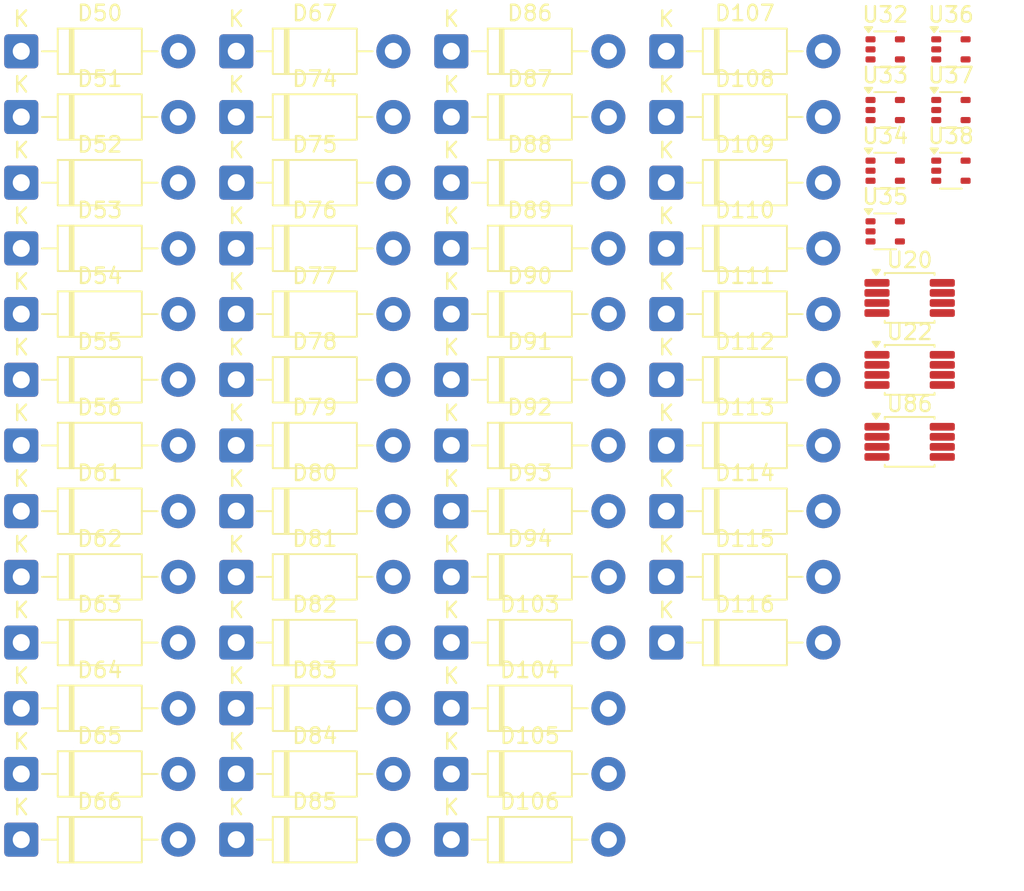
<source format=kicad_pcb>
(kicad_pcb (version 20241229) (generator "pcbnew") (generator_version "9.0")
  (layers (0 "F.Cu" signal) (2 "B.Cu" signal) (13 "F.Paste" user) (15 "B.Paste" user) (5 "F.SilkS" user "F.Silkscreen") (7 "B.SilkS" user "B.Silkscreen") (1 "F.Mask" user) (3 "B.Mask" user) (25 "Edge.Cuts" user))
  (net 0 "")
  (net 1 "Net-(D50-A)")
  (net 2 "Net-(D50-K)")
  (net 3 "Net-(D51-K)")
  (net 4 "Net-(D52-K)")
  (net 5 "Net-(D53-K)")
  (net 6 "Net-(D54-K)")
  (net 8 "GND")
  (net 9 "Net-(D61-A)")
  (net 10 "Net-(D61-K)")
  (net 11 "Net-(D62-K)")
  (net 12 "Net-(D63-K)")
  (net 13 "Net-(D64-K)")
  (net 14 "Net-(D65-K)")
  (net 16 "Net-(D74-K)")
  (net 17 "Net-(D74-A)")
  (net 18 "Net-(D75-K)")
  (net 19 "Net-(D76-K)")
  (net 20 "Net-(D77-K)")
  (net 22 "Net-(D79-K)")
  (net 23 "Net-(D81-K)")
  (net 24 "Net-(D81-A)")
  (net 25 "Net-(D82-K)")
  (net 26 "Net-(D83-K)")
  (net 27 "Net-(D84-K)")
  (net 28 "Net-(D85-K)")
  (net 29 "Net-(D86-K)")
  (net 32 "Net-(D89-K)")
  (net 33 "Net-(D90-K)")
  (net 34 "Net-(D90-A)")
  (net 36 "Net-(D92-K)")
  (net 39 "Net-(D93-K)")
  (net 40 "Net-(D103-K)")
  (net 41 "Net-(D103-A)")
  (net 42 "Net-(D104-K)")
  (net 43 "Net-(D105-K)")
  (net 44 "Net-(D106-K)")
  (net 45 "Net-(D110-A)")
  (net 46 "Net-(D110-K)")
  (net 47 "Net-(D111-K)")
  (net 48 "Net-(D112-K)")
  (net 49 "Net-(D113-K)")
  (net 50 "Net-(D120-A)")
  (net 51 "Net-(U20A-+)")
  (net 52 "Net-(C22-Pad2)")
  (net 53 "Net-(U20B--)")
  (net 54 "Net-(U20A--)")
  (net 55 "Net-(U22A-+)")
  (net 56 "Net-(C26-Pad2)")
  (net 57 "Net-(U22A--)")
  (net 61 "Net-(U30-Pad5)")
  (net 64 "Net-(U30-Pad6)")
  (net 70 "Net-(U30-Pad8)")
  (net 76 "Net-(R60-Pad2)")
  (net 79 "Net-(U26-1E)")
  (net 84 "Net-(U28-1E)")
  (net 86 "Net-(U27-3E)")
  (net 87 "Net-(U25-IN1)")
  (footprint "Diode_THT:D_DO-41_SOD81_P10.16mm_Horizontal" (layer "F.Cu") (at 122.61 71.75)
    (property "Reference" "D50" (at 5.08 -2.47 0) (layer "F.SilkS"))
    (property "Value" "SB120")
    (fp_text user "K" (at 0 -2.1 0) (layer "F.SilkS"))
    (pad "1" thru_hole roundrect (at 0 0) (size 2.2 2.2) (drill 1.1) (layers "*.Cu" "*.Mask") (roundrect_rratio 0.113636) (net 2 "Net-(D50-K)"))
    (pad "2" thru_hole circle (at 10.16 0) (size 2.2 2.2) (drill 1.1) (layers "*.Cu" "*.Mask") (net 1 "Net-(D50-A)"))
  )
  (footprint "Diode_THT:D_DO-41_SOD81_P10.16mm_Horizontal" (layer "F.Cu") (at 164.34 88.75)
    (property "Reference" "D111" (at 5.08 -2.47 0) (layer "F.SilkS"))
    (property "Value" "SB120")
    (fp_text user "K" (at 0 -2.1 0) (layer "F.SilkS"))
    (pad "1" thru_hole roundrect (at 0 0) (size 2.2 2.2) (drill 1.1) (layers "*.Cu" "*.Mask") (roundrect_rratio 0.113636) (net 47 "Net-(D111-K)"))
    (pad "2" thru_hole circle (at 10.16 0) (size 2.2 2.2) (drill 1.1) (layers "*.Cu" "*.Mask") (net 45 "Net-(D110-A)"))
  )
  (footprint "Diode_THT:D_DO-41_SOD81_P10.16mm_Horizontal" (layer "F.Cu") (at 136.52 122.75)
    (property "Reference" "D85" (at 5.08 -2.47 0) (layer "F.SilkS"))
    (property "Value" "SB120")
    (fp_text user "K" (at 0 -2.1 0) (layer "F.SilkS"))
    (pad "1" thru_hole roundrect (at 0 0) (size 2.2 2.2) (drill 1.1) (layers "*.Cu" "*.Mask") (roundrect_rratio 0.113636) (net 28 "Net-(D85-K)"))
    (pad "2" thru_hole circle (at 10.16 0) (size 2.2 2.2) (drill 1.1) (layers "*.Cu" "*.Mask") (net 24 "Net-(D81-A)"))
  )
  (footprint "Diode_THT:D_DO-41_SOD81_P10.16mm_Horizontal" (layer "F.Cu") (at 122.61 88.75)
    (property "Reference" "D54" (at 5.08 -2.47 0) (layer "F.SilkS"))
    (property "Value" "SB120")
    (fp_text user "K" (at 0 -2.1 0) (layer "F.SilkS"))
    (pad "1" thru_hole roundrect (at 0 0) (size 2.2 2.2) (drill 1.1) (layers "*.Cu" "*.Mask") (roundrect_rratio 0.113636) (net 6 "Net-(D54-K)"))
    (pad "2" thru_hole circle (at 10.16 0) (size 2.2 2.2) (drill 1.1) (layers "*.Cu" "*.Mask") (net 1 "Net-(D50-A)"))
  )
  (footprint "Diode_THT:D_DO-41_SOD81_P10.16mm_Horizontal" (layer "F.Cu") (at 122.61 97.25)
    (property "Reference" "D56" (at 5.08 -2.47 0) (layer "F.SilkS"))
    (property "Value" "SB120")
    (fp_text user "K" (at 0 -2.1 0) (layer "F.SilkS"))
    (pad "1" thru_hole roundrect (at 0 0) (size 2.2 2.2) (drill 1.1) (layers "*.Cu" "*.Mask") (roundrect_rratio 0.113636) (net 8 "GND"))
    (pad "2" thru_hole circle (at 10.16 0) (size 2.2 2.2) (drill 1.1) (layers "*.Cu" "*.Mask") (net 1 "Net-(D50-A)"))
  )
  (footprint "Diode_THT:D_DO-41_SOD81_P10.16mm_Horizontal" (layer "F.Cu") (at 122.61 122.75)
    (property "Reference" "D66" (at 5.08 -2.47 0) (layer "F.SilkS"))
    (property "Value" "SB120")
    (fp_text user "K" (at 0 -2.1 0) (layer "F.SilkS"))
    (pad "1" thru_hole roundrect (at 0 0) (size 2.2 2.2) (drill 1.1) (layers "*.Cu" "*.Mask") (roundrect_rratio 0.113636))
    (pad "2" thru_hole circle (at 10.16 0) (size 2.2 2.2) (drill 1.1) (layers "*.Cu" "*.Mask") (net 9 "Net-(D61-A)"))
  )
  (footprint "Diode_THT:D_DO-41_SOD81_P10.16mm_Horizontal" (layer "F.Cu") (at 164.34 97.25)
    (property "Reference" "D113" (at 5.08 -2.47 0) (layer "F.SilkS"))
    (property "Value" "SB120")
    (fp_text user "K" (at 0 -2.1 0) (layer "F.SilkS"))
    (pad "1" thru_hole roundrect (at 0 0) (size 2.2 2.2) (drill 1.1) (layers "*.Cu" "*.Mask") (roundrect_rratio 0.113636) (net 49 "Net-(D113-K)"))
    (pad "2" thru_hole circle (at 10.16 0) (size 2.2 2.2) (drill 1.1) (layers "*.Cu" "*.Mask") (net 45 "Net-(D110-A)"))
  )
  (footprint "Diode_THT:D_DO-41_SOD81_P10.16mm_Horizontal" (layer "F.Cu") (at 122.61 76)
    (property "Reference" "D51" (at 5.08 -2.47 0) (layer "F.SilkS"))
    (property "Value" "SB120")
    (fp_text user "K" (at 0 -2.1 0) (layer "F.SilkS"))
    (pad "1" thru_hole roundrect (at 0 0) (size 2.2 2.2) (drill 1.1) (layers "*.Cu" "*.Mask") (roundrect_rratio 0.113636) (net 3 "Net-(D51-K)"))
    (pad "2" thru_hole circle (at 10.16 0) (size 2.2 2.2) (drill 1.1) (layers "*.Cu" "*.Mask") (net 1 "Net-(D50-A)"))
  )
  (footprint "Package_SO:VSSOP-8_3x3mm_P0.65mm" (layer "F.Cu") (at 180.08 92.36)
    (property "Reference" "U22" (at 0 -2.45 0) (layer "F.SilkS"))
    (property "Value" "OPA1662DGK")
    (pad "1" smd roundrect (at -2.1125 -0.975) (size 1.625 0.5) (layers "F.Cu" "F.Mask" "F.Paste") (net 56 "Net-(C26-Pad2)"))
    (pad "2" smd roundrect (at -2.1125 -0.325) (size 1.625 0.5) (layers "F.Cu" "F.Mask" "F.Paste") (net 57 "Net-(U22A--)"))
    (pad "3" smd roundrect (at -2.1125 0.325) (size 1.625 0.5) (layers "F.Cu" "F.Mask" "F.Paste") (net 55 "Net-(U22A-+)"))
    (pad "4" smd roundrect (at -2.1125 0.975) (size 1.625 0.5) (layers "F.Cu" "F.Mask" "F.Paste"))
    (pad "5" smd roundrect (at 2.1125 0.975) (size 1.625 0.5) (layers "F.Cu" "F.Mask" "F.Paste"))
    (pad "6" smd roundrect (at 2.1125 0.325) (size 1.625 0.5) (layers "F.Cu" "F.Mask" "F.Paste"))
    (pad "7" smd roundrect (at 2.1125 -0.325) (size 1.625 0.5) (layers "F.Cu" "F.Mask" "F.Paste"))
    (pad "8" smd roundrect (at 2.1125 -0.975) (size 1.625 0.5) (layers "F.Cu" "F.Mask" "F.Paste"))
  )
  (footprint "Diode_THT:D_DO-41_SOD81_P10.16mm_Horizontal" (layer "F.Cu") (at 136.52 110)
    (property "Reference" "D82" (at 5.08 -2.47 0) (layer "F.SilkS"))
    (property "Value" "SB120")
    (fp_text user "K" (at 0 -2.1 0) (layer "F.SilkS"))
    (pad "1" thru_hole roundrect (at 0 0) (size 2.2 2.2) (drill 1.1) (layers "*.Cu" "*.Mask") (roundrect_rratio 0.113636) (net 25 "Net-(D82-K)"))
    (pad "2" thru_hole circle (at 10.16 0) (size 2.2 2.2) (drill 1.1) (layers "*.Cu" "*.Mask") (net 24 "Net-(D81-A)"))
  )
  (footprint "Package_SO:VSSOP-8_3x3mm_P0.65mm" (layer "F.Cu") (at 180.08 87.705)
    (property "Reference" "U20" (at 0 -2.45 0) (layer "F.SilkS"))
    (property "Value" "OPA1662DGK")
    (pad "1" smd roundrect (at -2.1125 -0.975) (size 1.625 0.5) (layers "F.Cu" "F.Mask" "F.Paste") (net 52 "Net-(C22-Pad2)"))
    (pad "2" smd roundrect (at -2.1125 -0.325) (size 1.625 0.5) (layers "F.Cu" "F.Mask" "F.Paste") (net 54 "Net-(U20A--)"))
    (pad "3" smd roundrect (at -2.1125 0.325) (size 1.625 0.5) (layers "F.Cu" "F.Mask" "F.Paste") (net 51 "Net-(U20A-+)"))
    (pad "4" smd roundrect (at -2.1125 0.975) (size 1.625 0.5) (layers "F.Cu" "F.Mask" "F.Paste"))
    (pad "5" smd roundrect (at 2.1125 0.975) (size 1.625 0.5) (layers "F.Cu" "F.Mask" "F.Paste") (net 50 "Net-(D120-A)"))
    (pad "6" smd roundrect (at 2.1125 0.325) (size 1.625 0.5) (layers "F.Cu" "F.Mask" "F.Paste") (net 53 "Net-(U20B--)"))
    (pad "7" smd roundrect (at 2.1125 -0.325) (size 1.625 0.5) (layers "F.Cu" "F.Mask" "F.Paste") (net 53 "Net-(U20B--)"))
    (pad "8" smd roundrect (at 2.1125 -0.975) (size 1.625 0.5) (layers "F.Cu" "F.Mask" "F.Paste"))
  )
  (footprint "Package_TO_SOT_SMD:SOT-353_SC-70-5" (layer "F.Cu") (at 178.5 79.475)
    (property "Reference" "U34" (at 0 -2.25 0) (layer "F.SilkS"))
    (property "Value" "TLV6001DCK")
    (pad "1" smd roundrect (at -0.95 -0.65) (size 0.65 0.4) (layers "F.Cu" "F.Mask" "F.Paste"))
    (pad "2" smd roundrect (at -0.95 0) (size 0.65 0.4) (layers "F.Cu" "F.Mask" "F.Paste"))
    (pad "3" smd roundrect (at -0.95 0.65) (size 0.65 0.4) (layers "F.Cu" "F.Mask" "F.Paste"))
    (pad "4" smd roundrect (at 0.95 0.65) (size 0.65 0.4) (layers "F.Cu" "F.Mask" "F.Paste") (net 70 "Net-(U30-Pad8)"))
    (pad "5" smd roundrect (at 0.95 -0.65) (size 0.65 0.4) (layers "F.Cu" "F.Mask" "F.Paste"))
  )
  (footprint "Diode_THT:D_DO-41_SOD81_P10.16mm_Horizontal" (layer "F.Cu") (at 150.43 76)
    (property "Reference" "D87" (at 5.08 -2.47 0) (layer "F.SilkS"))
    (property "Value" "SB120")
    (fp_text user "K" (at 0 -2.1 0) (layer "F.SilkS"))
    (pad "1" thru_hole roundrect (at 0 0) (size 2.2 2.2) (drill 1.1) (layers "*.Cu" "*.Mask") (roundrect_rratio 0.113636) (net 8 "GND"))
    (pad "2" thru_hole circle (at 10.16 0) (size 2.2 2.2) (drill 1.1) (layers "*.Cu" "*.Mask") (net 24 "Net-(D81-A)"))
  )
  (footprint "Diode_THT:D_DO-41_SOD81_P10.16mm_Horizontal" (layer "F.Cu") (at 122.61 110)
    (property "Reference" "D63" (at 5.08 -2.47 0) (layer "F.SilkS"))
    (property "Value" "SB120")
    (fp_text user "K" (at 0 -2.1 0) (layer "F.SilkS"))
    (pad "1" thru_hole roundrect (at 0 0) (size 2.2 2.2) (drill 1.1) (layers "*.Cu" "*.Mask") (roundrect_rratio 0.113636) (net 12 "Net-(D63-K)"))
    (pad "2" thru_hole circle (at 10.16 0) (size 2.2 2.2) (drill 1.1) (layers "*.Cu" "*.Mask") (net 9 "Net-(D61-A)"))
  )
  (footprint "Diode_THT:D_DO-41_SOD81_P10.16mm_Horizontal" (layer "F.Cu") (at 150.43 110)
    (property "Reference" "D103" (at 5.08 -2.47 0) (layer "F.SilkS"))
    (property "Value" "SB120")
    (fp_text user "K" (at 0 -2.1 0) (layer "F.SilkS"))
    (pad "1" thru_hole roundrect (at 0 0) (size 2.2 2.2) (drill 1.1) (layers "*.Cu" "*.Mask") (roundrect_rratio 0.113636) (net 40 "Net-(D103-K)"))
    (pad "2" thru_hole circle (at 10.16 0) (size 2.2 2.2) (drill 1.1) (layers "*.Cu" "*.Mask") (net 41 "Net-(D103-A)"))
  )
  (footprint "Diode_THT:D_DO-41_SOD81_P10.16mm_Horizontal" (layer "F.Cu") (at 164.34 71.75)
    (property "Reference" "D107" (at 5.08 -2.47 0) (layer "F.SilkS"))
    (property "Value" "SB120")
    (fp_text user "K" (at 0 -2.1 0) (layer "F.SilkS"))
    (pad "1" thru_hole roundrect (at 0 0) (size 2.2 2.2) (drill 1.1) (layers "*.Cu" "*.Mask") (roundrect_rratio 0.113636) (net 8 "GND"))
    (pad "2" thru_hole circle (at 10.16 0) (size 2.2 2.2) (drill 1.1) (layers "*.Cu" "*.Mask") (net 41 "Net-(D103-A)"))
  )
  (footprint "Diode_THT:D_DO-41_SOD81_P10.16mm_Horizontal" (layer "F.Cu") (at 164.34 105.75)
    (property "Reference" "D115" (at 5.08 -2.47 0) (layer "F.SilkS"))
    (property "Value" "SB120")
    (fp_text user "K" (at 0 -2.1 0) (layer "F.SilkS"))
    (pad "1" thru_hole roundrect (at 0 0) (size 2.2 2.2) (drill 1.1) (layers "*.Cu" "*.Mask") (roundrect_rratio 0.113636) (net 8 "GND"))
    (pad "2" thru_hole circle (at 10.16 0) (size 2.2 2.2) (drill 1.1) (layers "*.Cu" "*.Mask") (net 45 "Net-(D110-A)"))
  )
  (footprint "Diode_THT:D_DO-41_SOD81_P10.16mm_Horizontal" (layer "F.Cu") (at 136.52 88.75)
    (property "Reference" "D77" (at 5.08 -2.47 0) (layer "F.SilkS"))
    (property "Value" "SB120")
    (fp_text user "K" (at 0 -2.1 0) (layer "F.SilkS"))
    (pad "1" thru_hole roundrect (at 0 0) (size 2.2 2.2) (drill 1.1) (layers "*.Cu" "*.Mask") (roundrect_rratio 0.113636) (net 20 "Net-(D77-K)"))
    (pad "2" thru_hole circle (at 10.16 0) (size 2.2 2.2) (drill 1.1) (layers "*.Cu" "*.Mask") (net 17 "Net-(D74-A)"))
  )
  (footprint "Diode_THT:D_DO-41_SOD81_P10.16mm_Horizontal" (layer "F.Cu") (at 122.61 84.5)
    (property "Reference" "D53" (at 5.08 -2.47 0) (layer "F.SilkS"))
    (property "Value" "SB120")
    (fp_text user "K" (at 0 -2.1 0) (layer "F.SilkS"))
    (pad "1" thru_hole roundrect (at 0 0) (size 2.2 2.2) (drill 1.1) (layers "*.Cu" "*.Mask") (roundrect_rratio 0.113636) (net 5 "Net-(D53-K)"))
    (pad "2" thru_hole circle (at 10.16 0) (size 2.2 2.2) (drill 1.1) (layers "*.Cu" "*.Mask") (net 1 "Net-(D50-A)"))
  )
  (footprint "Package_TO_SOT_SMD:SOT-353_SC-70-5" (layer "F.Cu") (at 182.75 75.55)
    (property "Reference" "U37" (at 0 -2.25 0) (layer "F.SilkS"))
    (property "Value" "TLV6001DCK")
    (pad "1" smd roundrect (at -0.95 -0.65) (size 0.65 0.4) (layers "F.Cu" "F.Mask" "F.Paste") (net 8 "GND"))
    (pad "2" smd roundrect (at -0.95 0) (size 0.65 0.4) (layers "F.Cu" "F.Mask" "F.Paste"))
    (pad "3" smd roundrect (at -0.95 0.65) (size 0.65 0.4) (layers "F.Cu" "F.Mask" "F.Paste"))
    (pad "4" smd roundrect (at 0.95 0.65) (size 0.65 0.4) (layers "F.Cu" "F.Mask" "F.Paste") (net 84 "Net-(U28-1E)"))
    (pad "5" smd roundrect (at 0.95 -0.65) (size 0.65 0.4) (layers "F.Cu" "F.Mask" "F.Paste"))
  )
  (footprint "Diode_THT:D_DO-41_SOD81_P10.16mm_Horizontal" (layer "F.Cu") (at 136.52 84.5)
    (property "Reference" "D76" (at 5.08 -2.47 0) (layer "F.SilkS"))
    (property "Value" "SB120")
    (fp_text user "K" (at 0 -2.1 0) (layer "F.SilkS"))
    (pad "1" thru_hole roundrect (at 0 0) (size 2.2 2.2) (drill 1.1) (layers "*.Cu" "*.Mask") (roundrect_rratio 0.113636) (net 19 "Net-(D76-K)"))
    (pad "2" thru_hole circle (at 10.16 0) (size 2.2 2.2) (drill 1.1) (layers "*.Cu" "*.Mask") (net 17 "Net-(D74-A)"))
  )
  (footprint "Package_TO_SOT_SMD:SOT-353_SC-70-5" (layer "F.Cu") (at 178.5 75.55)
    (property "Reference" "U33" (at 0 -2.25 0) (layer "F.SilkS"))
    (property "Value" "TLV6001DCK")
    (pad "1" smd roundrect (at -0.95 -0.65) (size 0.65 0.4) (layers "F.Cu" "F.Mask" "F.Paste"))
    (pad "2" smd roundrect (at -0.95 0) (size 0.65 0.4) (layers "F.Cu" "F.Mask" "F.Paste"))
    (pad "3" smd roundrect (at -0.95 0.65) (size 0.65 0.4) (layers "F.Cu" "F.Mask" "F.Paste"))
    (pad "4" smd roundrect (at 0.95 0.65) (size 0.65 0.4) (layers "F.Cu" "F.Mask" "F.Paste") (net 64 "Net-(U30-Pad6)"))
    (pad "5" smd roundrect (at 0.95 -0.65) (size 0.65 0.4) (layers "F.Cu" "F.Mask" "F.Paste"))
  )
  (footprint "Diode_THT:D_DO-41_SOD81_P10.16mm_Horizontal" (layer "F.Cu") (at 164.34 84.5)
    (property "Reference" "D110" (at 5.08 -2.47 0) (layer "F.SilkS"))
    (property "Value" "SB120")
    (fp_text user "K" (at 0 -2.1 0) (layer "F.SilkS"))
    (pad "1" thru_hole roundrect (at 0 0) (size 2.2 2.2) (drill 1.1) (layers "*.Cu" "*.Mask") (roundrect_rratio 0.113636) (net 46 "Net-(D110-K)"))
    (pad "2" thru_hole circle (at 10.16 0) (size 2.2 2.2) (drill 1.1) (layers "*.Cu" "*.Mask") (net 45 "Net-(D110-A)"))
  )
  (footprint "Diode_THT:D_DO-41_SOD81_P10.16mm_Horizontal" (layer "F.Cu") (at 164.34 101.5)
    (property "Reference" "D114" (at 5.08 -2.47 0) (layer "F.SilkS"))
    (property "Value" "SB120")
    (fp_text user "K" (at 0 -2.1 0) (layer "F.SilkS"))
    (pad "1" thru_hole roundrect (at 0 0) (size 2.2 2.2) (drill 1.1) (layers "*.Cu" "*.Mask") (roundrect_rratio 0.113636) (net 8 "GND"))
    (pad "2" thru_hole circle (at 10.16 0) (size 2.2 2.2) (drill 1.1) (layers "*.Cu" "*.Mask") (net 45 "Net-(D110-A)"))
  )
  (footprint "Diode_THT:D_DO-41_SOD81_P10.16mm_Horizontal" (layer "F.Cu") (at 164.34 80.25)
    (property "Reference" "D109" (at 5.08 -2.47 0) (layer "F.SilkS"))
    (property "Value" "SB120")
    (fp_text user "K" (at 0 -2.1 0) (layer "F.SilkS"))
    (pad "1" thru_hole roundrect (at 0 0) (size 2.2 2.2) (drill 1.1) (layers "*.Cu" "*.Mask") (roundrect_rratio 0.113636) (net 8 "GND"))
    (pad "2" thru_hole circle (at 10.16 0) (size 2.2 2.2) (drill 1.1) (layers "*.Cu" "*.Mask") (net 41 "Net-(D103-A)"))
  )
  (footprint "Diode_THT:D_DO-41_SOD81_P10.16mm_Horizontal" (layer "F.Cu") (at 136.52 80.25)
    (property "Reference" "D75" (at 5.08 -2.47 0) (layer "F.SilkS"))
    (property "Value" "SB120")
    (fp_text user "K" (at 0 -2.1 0) (layer "F.SilkS"))
    (pad "1" thru_hole roundrect (at 0 0) (size 2.2 2.2) (drill 1.1) (layers "*.Cu" "*.Mask") (roundrect_rratio 0.113636) (net 18 "Net-(D75-K)"))
    (pad "2" thru_hole circle (at 10.16 0) (size 2.2 2.2) (drill 1.1) (layers "*.Cu" "*.Mask") (net 17 "Net-(D74-A)"))
  )
  (footprint "Diode_THT:D_DO-41_SOD81_P10.16mm_Horizontal" (layer "F.Cu") (at 136.52 93)
    (property "Reference" "D78" (at 5.08 -2.47 0) (layer "F.SilkS"))
    (property "Value" "SB120")
    (fp_text user "K" (at 0 -2.1 0) (layer "F.SilkS"))
    (pad "1" thru_hole roundrect (at 0 0) (size 2.2 2.2) (drill 1.1) (layers "*.Cu" "*.Mask") (roundrect_rratio 0.113636))
    (pad "2" thru_hole circle (at 10.16 0) (size 2.2 2.2) (drill 1.1) (layers "*.Cu" "*.Mask") (net 17 "Net-(D74-A)"))
  )
  (footprint "Diode_THT:D_DO-41_SOD81_P10.16mm_Horizontal" (layer "F.Cu") (at 136.52 97.25)
    (property "Reference" "D79" (at 5.08 -2.47 0) (layer "F.SilkS"))
    (property "Value" "SB120")
    (fp_text user "K" (at 0 -2.1 0) (layer "F.SilkS"))
    (pad "1" thru_hole roundrect (at 0 0) (size 2.2 2.2) (drill 1.1) (layers "*.Cu" "*.Mask") (roundrect_rratio 0.113636) (net 22 "Net-(D79-K)"))
    (pad "2" thru_hole circle (at 10.16 0) (size 2.2 2.2) (drill 1.1) (layers "*.Cu" "*.Mask") (net 17 "Net-(D74-A)"))
  )
  (footprint "Diode_THT:D_DO-41_SOD81_P10.16mm_Horizontal" (layer "F.Cu") (at 150.43 122.75)
    (property "Reference" "D106" (at 5.08 -2.47 0) (layer "F.SilkS"))
    (property "Value" "SB120")
    (fp_text user "K" (at 0 -2.1 0) (layer "F.SilkS"))
    (pad "1" thru_hole roundrect (at 0 0) (size 2.2 2.2) (drill 1.1) (layers "*.Cu" "*.Mask") (roundrect_rratio 0.113636) (net 44 "Net-(D106-K)"))
    (pad "2" thru_hole circle (at 10.16 0) (size 2.2 2.2) (drill 1.1) (layers "*.Cu" "*.Mask") (net 41 "Net-(D103-A)"))
  )
  (footprint "Diode_THT:D_DO-41_SOD81_P10.16mm_Horizontal" (layer "F.Cu") (at 136.52 118.5)
    (property "Reference" "D84" (at 5.08 -2.47 0) (layer "F.SilkS"))
    (property "Value" "SB120")
    (fp_text user "K" (at 0 -2.1 0) (layer "F.SilkS"))
    (pad "1" thru_hole roundrect (at 0 0) (size 2.2 2.2) (drill 1.1) (layers "*.Cu" "*.Mask") (roundrect_rratio 0.113636) (net 27 "Net-(D84-K)"))
    (pad "2" thru_hole circle (at 10.16 0) (size 2.2 2.2) (drill 1.1) (layers "*.Cu" "*.Mask") (net 24 "Net-(D81-A)"))
  )
  (footprint "Diode_THT:D_DO-41_SOD81_P10.16mm_Horizontal" (layer "F.Cu") (at 136.52 105.75)
    (property "Reference" "D81" (at 5.08 -2.47 0) (layer "F.SilkS"))
    (property "Value" "SB120")
    (fp_text user "K" (at 0 -2.1 0) (layer "F.SilkS"))
    (pad "1" thru_hole roundrect (at 0 0) (size 2.2 2.2) (drill 1.1) (layers "*.Cu" "*.Mask") (roundrect_rratio 0.113636) (net 23 "Net-(D81-K)"))
    (pad "2" thru_hole circle (at 10.16 0) (size 2.2 2.2) (drill 1.1) (layers "*.Cu" "*.Mask") (net 24 "Net-(D81-A)"))
  )
  (footprint "Diode_THT:D_DO-41_SOD81_P10.16mm_Horizontal" (layer "F.Cu") (at 136.52 101.5)
    (property "Reference" "D80" (at 5.08 -2.47 0) (layer "F.SilkS"))
    (property "Value" "SB120")
    (fp_text user "K" (at 0 -2.1 0) (layer "F.SilkS"))
    (pad "1" thru_hole roundrect (at 0 0) (size 2.2 2.2) (drill 1.1) (layers "*.Cu" "*.Mask") (roundrect_rratio 0.113636) (net 8 "GND"))
    (pad "2" thru_hole circle (at 10.16 0) (size 2.2 2.2) (drill 1.1) (layers "*.Cu" "*.Mask") (net 17 "Net-(D74-A)"))
  )
  (footprint "Diode_THT:D_DO-41_SOD81_P10.16mm_Horizontal" (layer "F.Cu") (at 122.61 114.25)
    (property "Reference" "D64" (at 5.08 -2.47 0) (layer "F.SilkS"))
    (property "Value" "SB120")
    (fp_text user "K" (at 0 -2.1 0) (layer "F.SilkS"))
    (pad "1" thru_hole roundrect (at 0 0) (size 2.2 2.2) (drill 1.1) (layers "*.Cu" "*.Mask") (roundrect_rratio 0.113636) (net 13 "Net-(D64-K)"))
    (pad "2" thru_hole circle (at 10.16 0) (size 2.2 2.2) (drill 1.1) (layers "*.Cu" "*.Mask") (net 9 "Net-(D61-A)"))
  )
  (footprint "Diode_THT:D_DO-41_SOD81_P10.16mm_Horizontal" (layer "F.Cu") (at 136.52 76)
    (property "Reference" "D74" (at 5.08 -2.47 0) (layer "F.SilkS"))
    (property "Value" "SB120")
    (fp_text user "K" (at 0 -2.1 0) (layer "F.SilkS"))
    (pad "1" thru_hole roundrect (at 0 0) (size 2.2 2.2) (drill 1.1) (layers "*.Cu" "*.Mask") (roundrect_rratio 0.113636) (net 16 "Net-(D74-K)"))
    (pad "2" thru_hole circle (at 10.16 0) (size 2.2 2.2) (drill 1.1) (layers "*.Cu" "*.Mask") (net 17 "Net-(D74-A)"))
  )
  (footprint "Diode_THT:D_DO-41_SOD81_P10.16mm_Horizontal" (layer "F.Cu") (at 122.61 93)
    (property "Reference" "D55" (at 5.08 -2.47 0) (layer "F.SilkS"))
    (property "Value" "SB120")
    (fp_text user "K" (at 0 -2.1 0) (layer "F.SilkS"))
    (pad "1" thru_hole roundrect (at 0 0) (size 2.2 2.2) (drill 1.1) (layers "*.Cu" "*.Mask") (roundrect_rratio 0.113636))
    (pad "2" thru_hole circle (at 10.16 0) (size 2.2 2.2) (drill 1.1) (layers "*.Cu" "*.Mask") (net 1 "Net-(D50-A)"))
  )
  (footprint "Diode_THT:D_DO-41_SOD81_P10.16mm_Horizontal" (layer "F.Cu") (at 164.34 110)
    (property "Reference" "D116" (at 5.08 -2.47 0) (layer "F.SilkS"))
    (property "Value" "SB120")
    (fp_text user "K" (at 0 -2.1 0) (layer "F.SilkS"))
    (pad "1" thru_hole roundrect (at 0 0) (size 2.2 2.2) (drill 1.1) (layers "*.Cu" "*.Mask") (roundrect_rratio 0.113636) (net 8 "GND"))
    (pad "2" thru_hole circle (at 10.16 0) (size 2.2 2.2) (drill 1.1) (layers "*.Cu" "*.Mask") (net 45 "Net-(D110-A)"))
  )
  (footprint "Diode_THT:D_DO-41_SOD81_P10.16mm_Horizontal" (layer "F.Cu") (at 122.61 101.5)
    (property "Reference" "D61" (at 5.08 -2.47 0) (layer "F.SilkS"))
    (property "Value" "SB120")
    (fp_text user "K" (at 0 -2.1 0) (layer "F.SilkS"))
    (pad "1" thru_hole roundrect (at 0 0) (size 2.2 2.2) (drill 1.1) (layers "*.Cu" "*.Mask") (roundrect_rratio 0.113636) (net 10 "Net-(D61-K)"))
    (pad "2" thru_hole circle (at 10.16 0) (size 2.2 2.2) (drill 1.1) (layers "*.Cu" "*.Mask") (net 9 "Net-(D61-A)"))
  )
  (footprint "Package_TO_SOT_SMD:SOT-353_SC-70-5" (layer "F.Cu") (at 178.5 83.4)
    (property "Reference" "U35" (at 0 -2.25 0) (layer "F.SilkS"))
    (property "Value" "TLV6001DCK")
    (pad "1" smd roundrect (at -0.95 -0.65) (size 0.65 0.4) (layers "F.Cu" "F.Mask" "F.Paste") (net 8 "GND"))
    (pad "2" smd roundrect (at -0.95 0) (size 0.65 0.4) (layers "F.Cu" "F.Mask" "F.Paste"))
    (pad "3" smd roundrect (at -0.95 0.65) (size 0.65 0.4) (layers "F.Cu" "F.Mask" "F.Paste"))
    (pad "4" smd roundrect (at 0.95 0.65) (size 0.65 0.4) (layers "F.Cu" "F.Mask" "F.Paste") (net 76 "Net-(R60-Pad2)"))
    (pad "5" smd roundrect (at 0.95 -0.65) (size 0.65 0.4) (layers "F.Cu" "F.Mask" "F.Paste"))
  )
  (footprint "Diode_THT:D_DO-41_SOD81_P10.16mm_Horizontal" (layer "F.Cu") (at 164.34 93)
    (property "Reference" "D112" (at 5.08 -2.47 0) (layer "F.SilkS"))
    (property "Value" "SB120")
    (fp_text user "K" (at 0 -2.1 0) (layer "F.SilkS"))
    (pad "1" thru_hole roundrect (at 0 0) (size 2.2 2.2) (drill 1.1) (layers "*.Cu" "*.Mask") (roundrect_rratio 0.113636) (net 48 "Net-(D112-K)"))
    (pad "2" thru_hole circle (at 10.16 0) (size 2.2 2.2) (drill 1.1) (layers "*.Cu" "*.Mask") (net 45 "Net-(D110-A)"))
  )
  (footprint "Diode_THT:D_DO-41_SOD81_P10.16mm_Horizontal" (layer "F.Cu") (at 122.61 118.5)
    (property "Reference" "D65" (at 5.08 -2.47 0) (layer "F.SilkS"))
    (property "Value" "SB120")
    (fp_text user "K" (at 0 -2.1 0) (layer "F.SilkS"))
    (pad "1" thru_hole roundrect (at 0 0) (size 2.2 2.2) (drill 1.1) (layers "*.Cu" "*.Mask") (roundrect_rratio 0.113636) (net 14 "Net-(D65-K)"))
    (pad "2" thru_hole circle (at 10.16 0) (size 2.2 2.2) (drill 1.1) (layers "*.Cu" "*.Mask") (net 9 "Net-(D61-A)"))
  )
  (footprint "Diode_THT:D_DO-41_SOD81_P10.16mm_Horizontal" (layer "F.Cu") (at 150.43 71.75)
    (property "Reference" "D86" (at 5.08 -2.47 0) (layer "F.SilkS"))
    (property "Value" "SB120")
    (fp_text user "K" (at 0 -2.1 0) (layer "F.SilkS"))
    (pad "1" thru_hole roundrect (at 0 0) (size 2.2 2.2) (drill 1.1) (layers "*.Cu" "*.Mask") (roundrect_rratio 0.113636) (net 29 "Net-(D86-K)"))
    (pad "2" thru_hole circle (at 10.16 0) (size 2.2 2.2) (drill 1.1) (layers "*.Cu" "*.Mask") (net 24 "Net-(D81-A)"))
  )
  (footprint "Diode_THT:D_DO-41_SOD81_P10.16mm_Horizontal" (layer "F.Cu") (at 150.43 93)
    (property "Reference" "D91" (at 5.08 -2.47 0) (layer "F.SilkS"))
    (property "Value" "SB120")
    (fp_text user "K" (at 0 -2.1 0) (layer "F.SilkS"))
    (pad "1" thru_hole roundrect (at 0 0) (size 2.2 2.2) (drill 1.1) (layers "*.Cu" "*.Mask") (roundrect_rratio 0.113636) (net 32 "Net-(D89-K)"))
    (pad "2" thru_hole circle (at 10.16 0) (size 2.2 2.2) (drill 1.1) (layers "*.Cu" "*.Mask"))
  )
  (footprint "Package_TO_SOT_SMD:SOT-353_SC-70-5" (layer "F.Cu") (at 178.5 71.625)
    (property "Reference" "U32" (at 0 -2.25 0) (layer "F.SilkS"))
    (property "Value" "TLV6001DCK")
    (pad "1" smd roundrect (at -0.95 -0.65) (size 0.65 0.4) (layers "F.Cu" "F.Mask" "F.Paste"))
    (pad "2" smd roundrect (at -0.95 0) (size 0.65 0.4) (layers "F.Cu" "F.Mask" "F.Paste"))
    (pad "3" smd roundrect (at -0.95 0.65) (size 0.65 0.4) (layers "F.Cu" "F.Mask" "F.Paste"))
    (pad "4" smd roundrect (at 0.95 0.65) (size 0.65 0.4) (layers "F.Cu" "F.Mask" "F.Paste") (net 61 "Net-(U30-Pad5)"))
    (pad "5" smd roundrect (at 0.95 -0.65) (size 0.65 0.4) (layers "F.Cu" "F.Mask" "F.Paste"))
  )
  (footprint "Diode_THT:D_DO-41_SOD81_P10.16mm_Horizontal" (layer "F.Cu") (at 150.43 88.75)
    (property "Reference" "D90" (at 5.08 -2.47 0) (layer "F.SilkS"))
    (property "Value" "SB120")
    (fp_text user "K" (at 0 -2.1 0) (layer "F.SilkS"))
    (pad "1" thru_hole roundrect (at 0 0) (size 2.2 2.2) (drill 1.1) (layers "*.Cu" "*.Mask") (roundrect_rratio 0.113636) (net 33 "Net-(D90-K)"))
    (pad "2" thru_hole circle (at 10.16 0) (size 2.2 2.2) (drill 1.1) (layers "*.Cu" "*.Mask") (net 34 "Net-(D90-A)"))
  )
  (footprint "Diode_THT:D_DO-41_SOD81_P10.16mm_Horizontal" (layer "F.Cu") (at 150.43 105.75)
    (property "Reference" "D94" (at 5.08 -2.47 0) (layer "F.SilkS"))
    (property "Value" "SB120")
    (fp_text user "K" (at 0 -2.1 0) (layer "F.SilkS"))
    (pad "1" thru_hole roundrect (at 0 0) (size 2.2 2.2) (drill 1.1) (layers "*.Cu" "*.Mask") (roundrect_rratio 0.113636) (net 36 "Net-(D92-K)"))
    (pad "2" thru_hole circle (at 10.16 0) (size 2.2 2.2) (drill 1.1) (layers "*.Cu" "*.Mask") (net 34 "Net-(D90-A)"))
  )
  (footprint "Diode_THT:D_DO-41_SOD81_P10.16mm_Horizontal" (layer "F.Cu") (at 150.43 84.5)
    (property "Reference" "D89" (at 5.08 -2.47 0) (layer "F.SilkS"))
    (property "Value" "SB120")
    (fp_text user "K" (at 0 -2.1 0) (layer "F.SilkS"))
    (pad "1" thru_hole roundrect (at 0 0) (size 2.2 2.2) (drill 1.1) (layers "*.Cu" "*.Mask") (roundrect_rratio 0.113636) (net 32 "Net-(D89-K)"))
    (pad "2" thru_hole circle (at 10.16 0) (size 2.2 2.2) (drill 1.1) (layers "*.Cu" "*.Mask"))
  )
  (footprint "Package_TO_SOT_SMD:SOT-353_SC-70-5" (layer "F.Cu") (at 182.75 79.475)
    (property "Reference" "U38" (at 0 -2.25 0) (layer "F.SilkS"))
    (property "Value" "TLV6001DCK")
    (pad "1" smd roundrect (at -0.95 -0.65) (size 0.65 0.4) (layers "F.Cu" "F.Mask" "F.Paste") (net 8 "GND"))
    (pad "2" smd roundrect (at -0.95 0) (size 0.65 0.4) (layers "F.Cu" "F.Mask" "F.Paste"))
    (pad "3" smd roundrect (at -0.95 0.65) (size 0.65 0.4) (layers "F.Cu" "F.Mask" "F.Paste"))
    (pad "4" smd roundrect (at 0.95 0.65) (size 0.65 0.4) (layers "F.Cu" "F.Mask" "F.Paste") (net 86 "Net-(U27-3E)"))
    (pad "5" smd roundrect (at 0.95 -0.65) (size 0.65 0.4) (layers "F.Cu" "F.Mask" "F.Paste") (net 87 "Net-(U25-IN1)"))
  )
  (footprint "Diode_THT:D_DO-41_SOD81_P10.16mm_Horizontal" (layer "F.Cu") (at 150.43 101.5)
    (property "Reference" "D93" (at 5.08 -2.47 0) (layer "F.SilkS"))
    (property "Value" "SB120")
    (fp_text user "K" (at 0 -2.1 0) (layer "F.SilkS"))
    (pad "1" thru_hole roundrect (at 0 0) (size 2.2 2.2) (drill 1.1) (layers "*.Cu" "*.Mask") (roundrect_rratio 0.113636) (net 39 "Net-(D93-K)"))
    (pad "2" thru_hole circle (at 10.16 0) (size 2.2 2.2) (drill 1.1) (layers "*.Cu" "*.Mask"))
  )
  (footprint "Diode_THT:D_DO-41_SOD81_P10.16mm_Horizontal" (layer "F.Cu") (at 122.61 80.25)
    (property "Reference" "D52" (at 5.08 -2.47 0) (layer "F.SilkS"))
    (property "Value" "SB120")
    (fp_text user "K" (at 0 -2.1 0) (layer "F.SilkS"))
    (pad "1" thru_hole roundrect (at 0 0) (size 2.2 2.2) (drill 1.1) (layers "*.Cu" "*.Mask") (roundrect_rratio 0.113636) (net 4 "Net-(D52-K)"))
    (pad "2" thru_hole circle (at 10.16 0) (size 2.2 2.2) (drill 1.1) (layers "*.Cu" "*.Mask") (net 1 "Net-(D50-A)"))
  )
  (footprint "Diode_THT:D_DO-41_SOD81_P10.16mm_Horizontal" (layer "F.Cu") (at 136.52 114.25)
    (property "Reference" "D83" (at 5.08 -2.47 0) (layer "F.SilkS"))
    (property "Value" "SB120")
    (fp_text user "K" (at 0 -2.1 0) (layer "F.SilkS"))
    (pad "1" thru_hole roundrect (at 0 0) (size 2.2 2.2) (drill 1.1) (layers "*.Cu" "*.Mask") (roundrect_rratio 0.113636) (net 26 "Net-(D83-K)"))
    (pad "2" thru_hole circle (at 10.16 0) (size 2.2 2.2) (drill 1.1) (layers "*.Cu" "*.Mask") (net 24 "Net-(D81-A)"))
  )
  (footprint "Diode_THT:D_DO-41_SOD81_P10.16mm_Horizontal" (layer "F.Cu") (at 150.43 97.25)
    (property "Reference" "D92" (at 5.08 -2.47 0) (layer "F.SilkS"))
    (property "Value" "SB120")
    (fp_text user "K" (at 0 -2.1 0) (layer "F.SilkS"))
    (pad "1" thru_hole roundrect (at 0 0) (size 2.2 2.2) (drill 1.1) (layers "*.Cu" "*.Mask") (roundrect_rratio 0.113636) (net 36 "Net-(D92-K)"))
    (pad "2" thru_hole circle (at 10.16 0) (size 2.2 2.2) (drill 1.1) (layers "*.Cu" "*.Mask"))
  )
  (footprint "Diode_THT:D_DO-41_SOD81_P10.16mm_Horizontal" (layer "F.Cu") (at 164.34 76)
    (property "Reference" "D108" (at 5.08 -2.47 0) (layer "F.SilkS"))
    (property "Value" "SB120")
    (fp_text user "K" (at 0 -2.1 0) (layer "F.SilkS"))
    (pad "1" thru_hole roundrect (at 0 0) (size 2.2 2.2) (drill 1.1) (layers "*.Cu" "*.Mask") (roundrect_rratio 0.113636) (net 8 "GND"))
    (pad "2" thru_hole circle (at 10.16 0) (size 2.2 2.2) (drill 1.1) (layers "*.Cu" "*.Mask") (net 41 "Net-(D103-A)"))
  )
  (footprint "Diode_THT:D_DO-41_SOD81_P10.16mm_Horizontal" (layer "F.Cu") (at 150.43 118.5)
    (property "Reference" "D105" (at 5.08 -2.47 0) (layer "F.SilkS"))
    (property "Value" "SB120")
    (fp_text user "K" (at 0 -2.1 0) (layer "F.SilkS"))
    (pad "1" thru_hole roundrect (at 0 0) (size 2.2 2.2) (drill 1.1) (layers "*.Cu" "*.Mask") (roundrect_rratio 0.113636) (net 43 "Net-(D105-K)"))
    (pad "2" thru_hole circle (at 10.16 0) (size 2.2 2.2) (drill 1.1) (layers "*.Cu" "*.Mask") (net 41 "Net-(D103-A)"))
  )
  (footprint "Diode_THT:D_DO-41_SOD81_P10.16mm_Horizontal" (layer "F.Cu") (at 122.61 105.75)
    (property "Reference" "D62" (at 5.08 -2.47 0) (layer "F.SilkS"))
    (property "Value" "SB120")
    (fp_text user "K" (at 0 -2.1 0) (layer "F.SilkS"))
    (pad "1" thru_hole roundrect (at 0 0) (size 2.2 2.2) (drill 1.1) (layers "*.Cu" "*.Mask") (roundrect_rratio 0.113636) (net 11 "Net-(D62-K)"))
    (pad "2" thru_hole circle (at 10.16 0) (size 2.2 2.2) (drill 1.1) (layers "*.Cu" "*.Mask") (net 9 "Net-(D61-A)"))
  )
  (footprint "Package_SO:VSSOP-8_3x3mm_P0.65mm" (layer "F.Cu") (at 180.08 97.015)
    (property "Reference" "U86" (at 0 -2.45 0) (layer "F.SilkS"))
    (property "Value" "OPA1662DGK")
    (pad "1" smd roundrect (at -2.1125 -0.975) (size 1.625 0.5) (layers "F.Cu" "F.Mask" "F.Paste") (net 53 "Net-(U20B--)"))
    (pad "2" smd roundrect (at -2.1125 -0.325) (size 1.625 0.5) (layers "F.Cu" "F.Mask" "F.Paste") (net 53 "Net-(U20B--)"))
    (pad "3" smd roundrect (at -2.1125 0.325) (size 1.625 0.5) (layers "F.Cu" "F.Mask" "F.Paste") (net 50 "Net-(D120-A)"))
    (pad "4" smd roundrect (at -2.1125 0.975) (size 1.625 0.5) (layers "F.Cu" "F.Mask" "F.Paste"))
    (pad "5" smd roundrect (at 2.1125 0.975) (size 1.625 0.5) (layers "F.Cu" "F.Mask" "F.Paste"))
    (pad "6" smd roundrect (at 2.1125 0.325) (size 1.625 0.5) (layers "F.Cu" "F.Mask" "F.Paste"))
    (pad "7" smd roundrect (at 2.1125 -0.325) (size 1.625 0.5) (layers "F.Cu" "F.Mask" "F.Paste"))
    (pad "8" smd roundrect (at 2.1125 -0.975) (size 1.625 0.5) (layers "F.Cu" "F.Mask" "F.Paste"))
  )
  (footprint "Diode_THT:D_DO-41_SOD81_P10.16mm_Horizontal" (layer "F.Cu") (at 150.43 114.25)
    (property "Reference" "D104" (at 5.08 -2.47 0) (layer "F.SilkS"))
    (property "Value" "SB120")
    (fp_text user "K" (at 0 -2.1 0) (layer "F.SilkS"))
    (pad "1" thru_hole roundrect (at 0 0) (size 2.2 2.2) (drill 1.1) (layers "*.Cu" "*.Mask") (roundrect_rratio 0.113636) (net 42 "Net-(D104-K)"))
    (pad "2" thru_hole circle (at 10.16 0) (size 2.2 2.2) (drill 1.1) (layers "*.Cu" "*.Mask") (net 41 "Net-(D103-A)"))
  )
  (footprint "Package_TO_SOT_SMD:SOT-353_SC-70-5" (layer "F.Cu") (at 182.75 71.625)
    (property "Reference" "U36" (at 0 -2.25 0) (layer "F.SilkS"))
    (property "Value" "TLV6001DCK")
    (pad "1" smd roundrect (at -0.95 -0.65) (size 0.65 0.4) (layers "F.Cu" "F.Mask" "F.Paste") (net 8 "GND"))
    (pad "2" smd roundrect (at -0.95 0) (size 0.65 0.4) (layers "F.Cu" "F.Mask" "F.Paste"))
    (pad "3" smd roundrect (at -0.95 0.65) (size 0.65 0.4) (layers "F.Cu" "F.Mask" "F.Paste"))
    (pad "4" smd roundrect (at 0.95 0.65) (size 0.65 0.4) (layers "F.Cu" "F.Mask" "F.Paste") (net 79 "Net-(U26-1E)"))
    (pad "5" smd roundrect (at 0.95 -0.65) (size 0.65 0.4) (layers "F.Cu" "F.Mask" "F.Paste"))
  )
  (footprint "Diode_THT:D_DO-41_SOD81_P10.16mm_Horizontal" (layer "F.Cu") (at 136.52 71.75)
    (property "Reference" "D67" (at 5.08 -2.47 0) (layer "F.SilkS"))
    (property "Value" "SB120")
    (fp_text user "K" (at 0 -2.1 0) (layer "F.SilkS"))
    (pad "1" thru_hole roundrect (at 0 0) (size 2.2 2.2) (drill 1.1) (layers "*.Cu" "*.Mask") (roundrect_rratio 0.113636) (net 8 "GND"))
    (pad "2" thru_hole circle (at 10.16 0) (size 2.2 2.2) (drill 1.1) (layers "*.Cu" "*.Mask") (net 9 "Net-(D61-A)"))
  )
  (footprint "Diode_THT:D_DO-41_SOD81_P10.16mm_Horizontal" (layer "F.Cu") (at 150.43 80.25)
    (property "Reference" "D88" (at 5.08 -2.47 0) (layer "F.SilkS"))
    (property "Value" "SB120")
    (fp_text user "K" (at 0 -2.1 0) (layer "F.SilkS"))
    (pad "1" thru_hole roundrect (at 0 0) (size 2.2 2.2) (drill 1.1) (layers "*.Cu" "*.Mask") (roundrect_rratio 0.113636) (net 8 "GND"))
    (pad "2" thru_hole circle (at 10.16 0) (size 2.2 2.2) (drill 1.1) (layers "*.Cu" "*.Mask"))
  )
)
</source>
